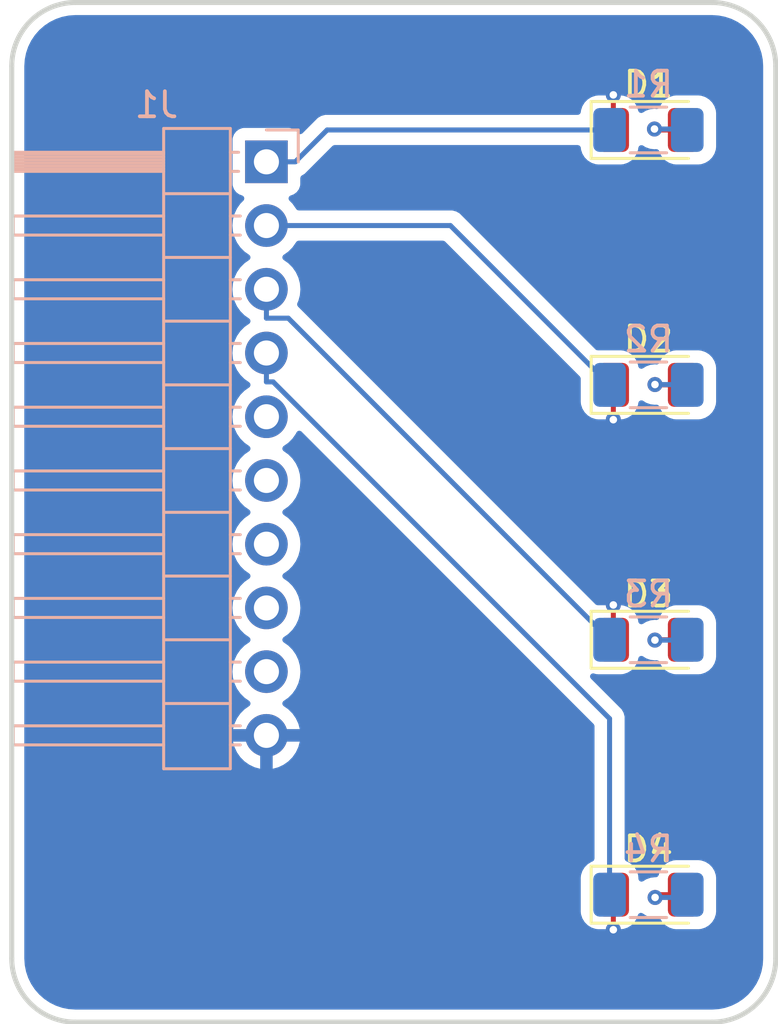
<source format=kicad_pcb>
(kicad_pcb (version 20240108) (generator "pcbnew") (generator_version "8.0")
  (layers (0 "F.Cu" signal) (31 "B.Cu" signal) (34 "B.Paste" user) (35 "F.Paste" user) (36 "B.SilkS" user "B.Silkscreen") (37 "F.SilkS" user "F.Silkscreen") (38 "B.Mask" user) (39 "F.Mask" user) (44 "Edge.Cuts" user))
  (net 0 "")
  (net 1 "Net-(D1-A)")
  (net 2 "Net-(D2-A)")
  (net 3 "Net-(D3-A)")
  (net 4 "Net-(D4-A)")
  (net 5 "Net-(J1-Pin_1)")
  (net 6 "Net-(J1-Pin_2)")
  (net 7 "Net-(J1-Pin_3)")
  (net 8 "Net-(J1-Pin_4)")
  (net 14 "GND")
  (footprint "LED_SMD:LED_1206_3216Metric" (layer "F.Cu") (at 101.6 55.88)
    (property "Reference" "D1" (at 0 -1.82 0) (layer "F.SilkS"))
    (property "Value" "LED")
    (fp_line (start -2.285 -1.135) (end -2.285 1.135) (stroke (width 0.12)) (layer "F.SilkS"))
    (fp_line (start -2.285 1.135) (end 1.6 1.135) (stroke (width 0.12)) (layer "F.SilkS"))
    (fp_line (start 1.6 -1.135) (end -2.285 -1.135) (stroke (width 0.12)) (layer "F.SilkS"))
    (pad "1" smd roundrect (at -1.4 0) (size 1.25 1.75) (layers "F.Cu" "F.Paste" "F.Mask") (roundrect_rratio 0.2) (net 14 "GND"))
    (pad "2" smd roundrect (at 1.4 0) (size 1.25 1.75) (layers "F.Cu" "F.Paste" "F.Mask") (roundrect_rratio 0.2) (net 1 "Net-(D1-A)"))
  )
  (footprint "LED_SMD:LED_1206_3216Metric" (layer "F.Cu") (at 101.6 86.36)
    (property "Reference" "D4" (at 0 -1.82 0) (layer "F.SilkS"))
    (property "Value" "LED")
    (fp_line (start -2.285 -1.135) (end -2.285 1.135) (stroke (width 0.12)) (layer "F.SilkS"))
    (fp_line (start -2.285 1.135) (end 1.6 1.135) (stroke (width 0.12)) (layer "F.SilkS"))
    (fp_line (start 1.6 -1.135) (end -2.285 -1.135) (stroke (width 0.12)) (layer "F.SilkS"))
    (pad "1" smd roundrect (at -1.4 0) (size 1.25 1.75) (layers "F.Cu" "F.Paste" "F.Mask") (roundrect_rratio 0.2) (net 14 "GND"))
    (pad "2" smd roundrect (at 1.4 0) (size 1.25 1.75) (layers "F.Cu" "F.Paste" "F.Mask") (roundrect_rratio 0.2) (net 4 "Net-(D4-A)"))
  )
  (footprint "LED_SMD:LED_1206_3216Metric" (layer "F.Cu") (at 101.6 66.04)
    (property "Reference" "D2" (at 0 -1.82 0) (layer "F.SilkS"))
    (property "Value" "LED")
    (fp_line (start -2.285 -1.135) (end -2.285 1.135) (stroke (width 0.12)) (layer "F.SilkS"))
    (fp_line (start -2.285 1.135) (end 1.6 1.135) (stroke (width 0.12)) (layer "F.SilkS"))
    (fp_line (start 1.6 -1.135) (end -2.285 -1.135) (stroke (width 0.12)) (layer "F.SilkS"))
    (pad "1" smd roundrect (at -1.4 0) (size 1.25 1.75) (layers "F.Cu" "F.Paste" "F.Mask") (roundrect_rratio 0.2) (net 14 "GND"))
    (pad "2" smd roundrect (at 1.4 0) (size 1.25 1.75) (layers "F.Cu" "F.Paste" "F.Mask") (roundrect_rratio 0.2) (net 2 "Net-(D2-A)"))
  )
  (footprint "LED_SMD:LED_1206_3216Metric" (layer "F.Cu") (at 101.6 76.2)
    (property "Reference" "D3" (at 0 -1.82 0) (layer "F.SilkS"))
    (property "Value" "LED")
    (fp_line (start -2.285 -1.135) (end -2.285 1.135) (stroke (width 0.12)) (layer "F.SilkS"))
    (fp_line (start -2.285 1.135) (end 1.6 1.135) (stroke (width 0.12)) (layer "F.SilkS"))
    (fp_line (start 1.6 -1.135) (end -2.285 -1.135) (stroke (width 0.12)) (layer "F.SilkS"))
    (pad "1" smd roundrect (at -1.4 0) (size 1.25 1.75) (layers "F.Cu" "F.Paste" "F.Mask") (roundrect_rratio 0.2) (net 14 "GND"))
    (pad "2" smd roundrect (at 1.4 0) (size 1.25 1.75) (layers "F.Cu" "F.Paste" "F.Mask") (roundrect_rratio 0.2) (net 3 "Net-(D3-A)"))
  )
  (footprint "Resistor_SMD:R_1206_3216Metric_Pad1.30x1.75mm_HandSolder" (layer "B.Cu") (at 101.6 55.88 180)
    (property "Reference" "R1" (at 0 1.82 180) (layer "B.SilkS") (effects (justify mirror)))
    (property "Value" "R")
    (fp_line (start 0.727064 0.91) (end -0.727064 0.91) (stroke (width 0.12)) (layer "B.SilkS"))
    (fp_line (start 0.727064 -0.91) (end -0.727064 -0.91) (stroke (width 0.12)) (layer "B.SilkS"))
    (pad "1" smd roundrect (at -1.55 0 180) (size 1.3 1.75) (layers "B.Cu" "B.Paste" "B.Mask") (roundrect_rratio 0.192308) (net 1 "Net-(D1-A)"))
    (pad "2" smd roundrect (at 1.55 0 180) (size 1.3 1.75) (layers "B.Cu" "B.Paste" "B.Mask") (roundrect_rratio 0.192308) (net 5 "Net-(J1-Pin_1)"))
  )
  (footprint "Connector_PinHeader_2.54mm:PinHeader_1x10_P2.54mm_Horizontal" (layer "B.Cu") (at 86.36 57.15 180)
    (property "Reference" "J1" (at 4.385 2.27 180) (layer "B.SilkS") (effects (justify mirror)))
    (property "Value" "Conn_01x10_Pin")
    (fp_line (start 10.1 0.38) (end 4.1 0.38) (stroke (width 0.12)) (layer "B.SilkS"))
    (fp_line (start 10.1 0.32) (end 4.1 0.32) (stroke (width 0.12)) (layer "B.SilkS"))
    (fp_line (start 10.1 0.2) (end 4.1 0.2) (stroke (width 0.12)) (layer "B.SilkS"))
    (fp_line (start 10.1 0.08) (end 4.1 0.08) (stroke (width 0.12)) (layer "B.SilkS"))
    (fp_line (start 10.1 -0.04) (end 4.1 -0.04) (stroke (width 0.12)) (layer "B.SilkS"))
    (fp_line (start 10.1 -0.16) (end 4.1 -0.16) (stroke (width 0.12)) (layer "B.SilkS"))
    (fp_line (start 10.1 -0.28) (end 4.1 -0.28) (stroke (width 0.12)) (layer "B.SilkS"))
    (fp_line (start 10.1 -0.38) (end 10.1 0.38) (stroke (width 0.12)) (layer "B.SilkS"))
    (fp_line (start 10.1 -2.16) (end 4.1 -2.16) (stroke (width 0.12)) (layer "B.SilkS"))
    (fp_line (start 10.1 -2.92) (end 10.1 -2.16) (stroke (width 0.12)) (layer "B.SilkS"))
    (fp_line (start 10.1 -4.7) (end 4.1 -4.7) (stroke (width 0.12)) (layer "B.SilkS"))
    (fp_line (start 10.1 -5.46) (end 10.1 -4.7) (stroke (width 0.12)) (layer "B.SilkS"))
    (fp_line (start 10.1 -7.24) (end 4.1 -7.24) (stroke (width 0.12)) (layer "B.SilkS"))
    (fp_line (start 10.1 -8) (end 10.1 -7.24) (stroke (width 0.12)) (layer "B.SilkS"))
    (fp_line (start 10.1 -9.78) (end 4.1 -9.78) (stroke (width 0.12)) (layer "B.SilkS"))
    (fp_line (start 10.1 -10.54) (end 10.1 -9.78) (stroke (width 0.12)) (layer "B.SilkS"))
    (fp_line (start 10.1 -12.32) (end 4.1 -12.32) (stroke (width 0.12)) (layer "B.SilkS"))
    (fp_line (start 10.1 -13.08) (end 10.1 -12.32) (stroke (width 0.12)) (layer "B.SilkS"))
    (fp_line (start 10.1 -14.86) (end 4.1 -14.86) (stroke (width 0.12)) (layer "B.SilkS"))
    (fp_line (start 10.1 -15.62) (end 10.1 -14.86) (stroke (width 0.12)) (layer "B.SilkS"))
    (fp_line (start 10.1 -17.4) (end 4.1 -17.4) (stroke (width 0.12)) (layer "B.SilkS"))
    (fp_line (start 10.1 -18.16) (end 10.1 -17.4) (stroke (width 0.12)) (layer "B.SilkS"))
    (fp_line (start 10.1 -19.94) (end 4.1 -19.94) (stroke (width 0.12)) (layer "B.SilkS"))
    (fp_line (start 10.1 -20.7) (end 10.1 -19.94) (stroke (width 0.12)) (layer "B.SilkS"))
    (fp_line (start 10.1 -22.48) (end 4.1 -22.48) (stroke (width 0.12)) (layer "B.SilkS"))
    (fp_line (start 10.1 -23.24) (end 10.1 -22.48) (stroke (width 0.12)) (layer "B.SilkS"))
    (fp_line (start 4.1 1.33) (end 4.1 -24.19) (stroke (width 0.12)) (layer "B.SilkS"))
    (fp_line (start 4.1 -0.38) (end 10.1 -0.38) (stroke (width 0.12)) (layer "B.SilkS"))
    (fp_line (start 4.1 -1.27) (end 1.44 -1.27) (stroke (width 0.12)) (layer "B.SilkS"))
    (fp_line (start 4.1 -2.92) (end 10.1 -2.92) (stroke (width 0.12)) (layer "B.SilkS"))
    (fp_line (start 4.1 -3.81) (end 1.44 -3.81) (stroke (width 0.12)) (layer "B.SilkS"))
    (fp_line (start 4.1 -5.46) (end 10.1 -5.46) (stroke (width 0.12)) (layer "B.SilkS"))
    (fp_line (start 4.1 -6.35) (end 1.44 -6.35) (stroke (width 0.12)) (layer "B.SilkS"))
    (fp_line (start 4.1 -8) (end 10.1 -8) (stroke (width 0.12)) (layer "B.SilkS"))
    (fp_line (start 4.1 -8.89) (end 1.44 -8.89) (stroke (width 0.12)) (layer "B.SilkS"))
    (fp_line (start 4.1 -10.54) (end 10.1 -10.54) (stroke (width 0.12)) (layer "B.SilkS"))
    (fp_line (start 4.1 -11.43) (end 1.44 -11.43) (stroke (width 0.12)) (layer "B.SilkS"))
    (fp_line (start 4.1 -13.08) (end 10.1 -13.08) (stroke (width 0.12)) (layer "B.SilkS"))
    (fp_line (start 4.1 -13.97) (end 1.44 -13.97) (stroke (width 0.12)) (layer "B.SilkS"))
    (fp_line (start 4.1 -15.62) (end 10.1 -15.62) (stroke (width 0.12)) (layer "B.SilkS"))
    (fp_line (start 4.1 -16.51) (end 1.44 -16.51) (stroke (width 0.12)) (layer "B.SilkS"))
    (fp_line (start 4.1 -18.16) (end 10.1 -18.16) (stroke (width 0.12)) (layer "B.SilkS"))
    (fp_line (start 4.1 -19.05) (end 1.44 -19.05) (stroke (width 0.12)) (layer "B.SilkS"))
    (fp_line (start 4.1 -20.7) (end 10.1 -20.7) (stroke (width 0.12)) (layer "B.SilkS"))
    (fp_line (start 4.1 -21.59) (end 1.44 -21.59) (stroke (width 0.12)) (layer "B.SilkS"))
    (fp_line (start 4.1 -23.24) (end 10.1 -23.24) (stroke (width 0.12)) (layer "B.SilkS"))
    (fp_line (start 4.1 -24.19) (end 1.44 -24.19) (stroke (width 0.12)) (layer "B.SilkS"))
    (fp_line (start 1.44 1.33) (end 4.1 1.33) (stroke (width 0.12)) (layer "B.SilkS"))
    (fp_line (start 1.44 0.38) (end 1.11 0.38) (stroke (width 0.12)) (layer "B.SilkS"))
    (fp_line (start 1.44 -0.38) (end 1.11 -0.38) (stroke (width 0.12)) (layer "B.SilkS"))
    (fp_line (start 1.44 -2.16) (end 1.042929 -2.16) (stroke (width 0.12)) (layer "B.SilkS"))
    (fp_line (start 1.44 -2.92) (end 1.042929 -2.92) (stroke (width 0.12)) (layer "B.SilkS"))
    (fp_line (start 1.44 -4.7) (end 1.042929 -4.7) (stroke (width 0.12)) (layer "B.SilkS"))
    (fp_line (start 1.44 -5.46) (end 1.042929 -5.46) (stroke (width 0.12)) (layer "B.SilkS"))
    (fp_line (start 1.44 -7.24) (end 1.042929 -7.24) (stroke (width 0.12)) (layer "B.SilkS"))
    (fp_line (start 1.44 -8) (end 1.042929 -8) (stroke (width 0.12)) (layer "B.SilkS"))
    (fp_line (start 1.44 -9.78) (end 1.042929 -9.78) (stroke (width 0.12)) (layer "B.SilkS"))
    (fp_line (start 1.44 -10.54) (end 1.042929 -10.54) (stroke (width 0.12)) (layer "B.SilkS"))
    (fp_line (start 1.44 -12.32) (end 1.042929 -12.32) (stroke (width 0.12)) (layer "B.SilkS"))
    (fp_line (start 1.44 -13.08) (end 1.042929 -13.08) (stroke (width 0.12)) (layer "B.SilkS"))
    (fp_line (start 1.44 -14.86) (end 1.042929 -14.86) (stroke (width 0.12)) (layer "B.SilkS"))
    (fp_line (start 1.44 -15.62) (end 1.042929 -15.62) (stroke (width 0.12)) (layer "B.SilkS"))
    (fp_line (start 1.44 -17.4) (end 1.042929 -17.4) (stroke (width 0.12)) (layer "B.SilkS"))
    (fp_line (start 1.44 -18.16) (end 1.042929 -18.16) (stroke (width 0.12)) (layer "B.SilkS"))
    (fp_line (start 1.44 -19.94) (end 1.042929 -19.94) (stroke (width 0.12)) (layer "B.SilkS"))
    (fp_line (start 1.44 -20.7) (end 1.042929 -20.7) (stroke (width 0.12)) (layer "B.SilkS"))
    (fp_line (start 1.44 -22.48) (end 1.042929 -22.48) (stroke (width 0.12)) (layer "B.SilkS"))
    (fp_line (start 1.44 -23.24) (end 1.042929 -23.24) (stroke (width 0.12)) (layer "B.SilkS"))
    (fp_line (start 1.44 -24.19) (end 1.44 1.33) (stroke (width 0.12)) (layer "B.SilkS"))
    (fp_line (start 0 1.27) (end -1.27 1.27) (stroke (width 0.12)) (layer "B.SilkS"))
    (fp_line (start -1.27 1.27) (end -1.27 0) (stroke (width 0.12)) (layer "B.SilkS"))
    (pad "1" thru_hole rect (at 0 0 180) (size 1.7 1.7) (drill 1) (layers "*.Cu" "*.Mask") (net 5 "Net-(J1-Pin_1)"))
    (pad "2" thru_hole oval (at 0 -2.54 180) (size 1.7 1.7) (drill 1) (layers "*.Cu" "*.Mask") (net 6 "Net-(J1-Pin_2)"))
    (pad "3" thru_hole oval (at 0 -5.08 180) (size 1.7 1.7) (drill 1) (layers "*.Cu" "*.Mask") (net 7 "Net-(J1-Pin_3)"))
    (pad "4" thru_hole oval (at 0 -7.62 180) (size 1.7 1.7) (drill 1) (layers "*.Cu" "*.Mask") (net 8 "Net-(J1-Pin_4)"))
    (pad "5" thru_hole oval (at 0 -10.16 180) (size 1.7 1.7) (drill 1) (layers "*.Cu" "*.Mask"))
    (pad "6" thru_hole oval (at 0 -12.7 180) (size 1.7 1.7) (drill 1) (layers "*.Cu" "*.Mask"))
    (pad "7" thru_hole oval (at 0 -15.24 180) (size 1.7 1.7) (drill 1) (layers "*.Cu" "*.Mask"))
    (pad "8" thru_hole oval (at 0 -17.78 180) (size 1.7 1.7) (drill 1) (layers "*.Cu" "*.Mask"))
    (pad "9" thru_hole oval (at 0 -20.32 180) (size 1.7 1.7) (drill 1) (layers "*.Cu" "*.Mask"))
    (pad "10" thru_hole oval (at 0 -22.86 180) (size 1.7 1.7) (drill 1) (layers "*.Cu" "*.Mask") (net 14 "GND"))
  )
  (footprint "Resistor_SMD:R_1206_3216Metric_Pad1.30x1.75mm_HandSolder" (layer "B.Cu") (at 101.6 66.04 180)
    (property "Reference" "R2" (at 0 1.82 180) (layer "B.SilkS") (effects (justify mirror)))
    (property "Value" "R")
    (fp_line (start 0.727064 0.91) (end -0.727064 0.91) (stroke (width 0.12)) (layer "B.SilkS"))
    (fp_line (start 0.727064 -0.91) (end -0.727064 -0.91) (stroke (width 0.12)) (layer "B.SilkS"))
    (pad "1" smd roundrect (at -1.55 0 180) (size 1.3 1.75) (layers "B.Cu" "B.Paste" "B.Mask") (roundrect_rratio 0.192308) (net 2 "Net-(D2-A)"))
    (pad "2" smd roundrect (at 1.55 0 180) (size 1.3 1.75) (layers "B.Cu" "B.Paste" "B.Mask") (roundrect_rratio 0.192308) (net 6 "Net-(J1-Pin_2)"))
  )
  (footprint "Resistor_SMD:R_1206_3216Metric_Pad1.30x1.75mm_HandSolder" (layer "B.Cu") (at 101.6 76.2 180)
    (property "Reference" "R3" (at 0 1.82 180) (layer "B.SilkS") (effects (justify mirror)))
    (property "Value" "R")
    (fp_line (start 0.727064 0.91) (end -0.727064 0.91) (stroke (width 0.12)) (layer "B.SilkS"))
    (fp_line (start 0.727064 -0.91) (end -0.727064 -0.91) (stroke (width 0.12)) (layer "B.SilkS"))
    (pad "1" smd roundrect (at -1.55 0 180) (size 1.3 1.75) (layers "B.Cu" "B.Paste" "B.Mask") (roundrect_rratio 0.192308) (net 3 "Net-(D3-A)"))
    (pad "2" smd roundrect (at 1.55 0 180) (size 1.3 1.75) (layers "B.Cu" "B.Paste" "B.Mask") (roundrect_rratio 0.192308) (net 7 "Net-(J1-Pin_3)"))
  )
  (footprint "Resistor_SMD:R_1206_3216Metric_Pad1.30x1.75mm_HandSolder" (layer "B.Cu") (at 101.6 86.36 180)
    (property "Reference" "R4" (at 0 1.82 180) (layer "B.SilkS") (effects (justify mirror)))
    (property "Value" "R")
    (fp_line (start 0.727064 0.91) (end -0.727064 0.91) (stroke (width 0.12)) (layer "B.SilkS"))
    (fp_line (start 0.727064 -0.91) (end -0.727064 -0.91) (stroke (width 0.12)) (layer "B.SilkS"))
    (pad "1" smd roundrect (at -1.55 0 180) (size 1.3 1.75) (layers "B.Cu" "B.Paste" "B.Mask") (roundrect_rratio 0.192308) (net 4 "Net-(D4-A)"))
    (pad "2" smd roundrect (at 1.55 0 180) (size 1.3 1.75) (layers "B.Cu" "B.Paste" "B.Mask") (roundrect_rratio 0.192308) (net 8 "Net-(J1-Pin_4)"))
  )
  (gr_arc (start 106.68 88.9) (mid 105.936051 90.696051) (end 104.14 91.44) (stroke (width 0.2)) (layer "Edge.Cuts"))
  (gr_arc (start 78.74 91.44) (mid 76.943949 90.696051) (end 76.2 88.9) (stroke (width 0.2)) (layer "Edge.Cuts"))
  (gr_arc (start 104.14 50.8) (mid 105.936051 51.543949) (end 106.68 53.34) (stroke (width 0.2)) (layer "Edge.Cuts"))
  (gr_line (start 78.74 50.8) (end 104.14 50.8) (stroke (width 0.2)) (layer "Edge.Cuts"))
  (gr_line (start 106.68 53.34) (end 106.68 88.9) (stroke (width 0.2)) (layer "Edge.Cuts"))
  (gr_line (start 104.14 91.44) (end 78.74 91.44) (stroke (width 0.2)) (layer "Edge.Cuts"))
  (gr_line (start 76.2 88.9) (end 76.2 53.34) (stroke (width 0.2)) (layer "Edge.Cuts"))
  (gr_arc (start 76.2 53.34) (mid 76.943949 51.543949) (end 78.74 50.8) (stroke (width 0.2)) (layer "Edge.Cuts"))
  (segment (start 103 55.88) (end 101.8788 55.88) (width 0.2) (layer "F.Cu") (net 1))
  (segment (start 101.8788 55.88) (end 101.8412 55.8424) (width 0.2) (layer "F.Cu") (net 1))
  (via (at 101.8412 55.8424) (size 0.6) (drill 0.3) (layers "F.Cu" "B.Cu") (net 1))
  (segment (start 101.8412 55.8424) (end 103.1124 55.8424) (width 0.2) (layer "B.Cu") (net 1))
  (segment (start 103.1124 55.8424) (end 103.15 55.88) (width 0.2) (layer "B.Cu") (net 1))
  (segment (start 101.8746 66.04) (end 101.8616 66.027) (width 0.2) (layer "F.Cu") (net 2))
  (segment (start 103 66.04) (end 101.8746 66.04) (width 0.2) (layer "F.Cu") (net 2))
  (via (at 101.8616 66.027) (size 0.6) (drill 0.3) (layers "F.Cu" "B.Cu") (net 2))
  (segment (start 103.137 66.027) (end 103.15 66.04) (width 0.2) (layer "B.Cu") (net 2))
  (segment (start 101.8616 66.027) (end 103.137 66.027) (width 0.2) (layer "B.Cu") (net 2))
  (segment (start 101.8718 76.2) (end 101.8592 76.2126) (width 0.2) (layer "F.Cu") (net 3))
  (segment (start 103 76.2) (end 101.8718 76.2) (width 0.2) (layer "F.Cu") (net 3))
  (via (at 101.8592 76.2126) (size 0.6) (drill 0.3) (layers "F.Cu" "B.Cu") (net 3))
  (segment (start 101.8592 76.2126) (end 103.1374 76.2126) (width 0.2) (layer "B.Cu") (net 3))
  (segment (start 103.1374 76.2126) (end 103.15 76.2) (width 0.2) (layer "B.Cu") (net 3))
  (segment (start 101.9772 86.36) (end 101.8664 86.4708) (width 0.2) (layer "F.Cu") (net 4))
  (segment (start 103 86.36) (end 101.9772 86.36) (width 0.2) (layer "F.Cu") (net 4))
  (via (at 101.8664 86.4708) (size 0.6) (drill 0.3) (layers "F.Cu" "B.Cu") (net 4))
  (segment (start 101.8664 86.4708) (end 103.0392 86.4708) (width 0.2) (layer "B.Cu") (net 4))
  (segment (start 103.0392 86.4708) (end 103.15 86.36) (width 0.2) (layer "B.Cu") (net 4))
  (segment (start 88.7817 55.88) (end 87.5117 57.15) (width 0.2) (layer "B.Cu") (net 5))
  (segment (start 86.36 57.15) (end 87.5117 57.15) (width 0.2) (layer "B.Cu") (net 5))
  (segment (start 100.05 55.88) (end 88.7817 55.88) (width 0.2) (layer "B.Cu") (net 5))
  (segment (start 100.05 66.04) (end 93.7 59.69) (width 0.2) (layer "B.Cu") (net 6))
  (segment (start 93.7 59.69) (end 86.36 59.69) (width 0.2) (layer "B.Cu") (net 6))
  (segment (start 86.36 62.23) (end 86.36 63.3817) (width 0.2) (layer "B.Cu") (net 7))
  (segment (start 100.05 76.2) (end 87.2317 63.3817) (width 0.2) (layer "B.Cu") (net 7))
  (segment (start 87.2317 63.3817) (end 86.36 63.3817) (width 0.2) (layer "B.Cu") (net 7))
  (segment (start 100.05 86.36) (end 100.05 79.3432) (width 0.2) (layer "B.Cu") (net 8))
  (segment (start 86.36 64.77) (end 86.36 65.9217) (width 0.2) (layer "B.Cu") (net 8))
  (segment (start 86.6285 65.9217) (end 86.36 65.9217) (width 0.2) (layer "B.Cu") (net 8))
  (segment (start 100.05 79.3432) (end 86.6285 65.9217) (width 0.2) (layer "B.Cu") (net 8))
  (segment (start 100.2 86.36) (end 100.2 87.7576) (width 0.2) (layer "F.Cu") (net 14))
  (segment (start 100.2 55.88) (end 100.2 54.482) (width 0.2) (layer "F.Cu") (net 14))
  (segment (start 100.2 76.2) (end 100.2 74.8124) (width 0.2) (layer "F.Cu") (net 14))
  (segment (start 100.2 66.04) (end 100.2 67.4284) (width 0.2) (layer "F.Cu") (net 14))
  (via (at 100.2 67.4284) (size 0.6) (drill 0.3) (layers "F.Cu" "B.Cu") (net 14))
  (via (at 100.2 54.482) (size 0.6) (drill 0.3) (layers "F.Cu" "B.Cu") (net 14))
  (via (at 100.2 87.7576) (size 0.6) (drill 0.3) (layers "F.Cu" "B.Cu") (net 14))
  (via (at 100.2 74.8124) (size 0.6) (drill 0.3) (layers "F.Cu" "B.Cu") (net 14))
  (zone (net 14) (net_name "GND") (layer "B.Cu") (connect_pads (clearance 0.5)) (min_thickness 0.25) (fill yes (thermal_gap 0.5) (thermal_bridge_width 0.5))
    (polygon (pts (xy 76.2 50.8) (xy 106.68 50.8) (xy 106.68 91.44) (xy 76.2 91.44)))
  )
)
</source>
